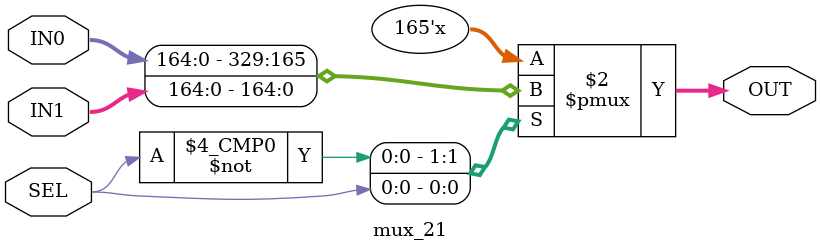
<source format=v>
/*------------------------------------------------------------------------------
 * File: mux_21.v
 * Date generated: 2023-03-27
 * Date modified: 2023-04-03
 * Author: Bruna Suemi Nagai
 * Description: Multiplexer 2:1
 *------------------------------------------------------------------------------ */

module mux_21(
	IN0,
	IN1,
	SEL, 
	OUT
);


// ------------------------------------------
// IO declaration
// ------------------------------------------
	input signed [164:0] IN0;
	input signed [164:0] IN1; 
	input SEL; 
	output reg signed [164:0] OUT;
	
	
// ------------------------------------------
// Logic
// ------------------------------------------
	always @ (SEL or IN0 or IN1)
	begin
  	case(SEL)
		1'b0: OUT = IN0;
		1'b1: OUT = IN1;
    	default: OUT = 165'b0;
  	endcase
end
endmodule

</source>
